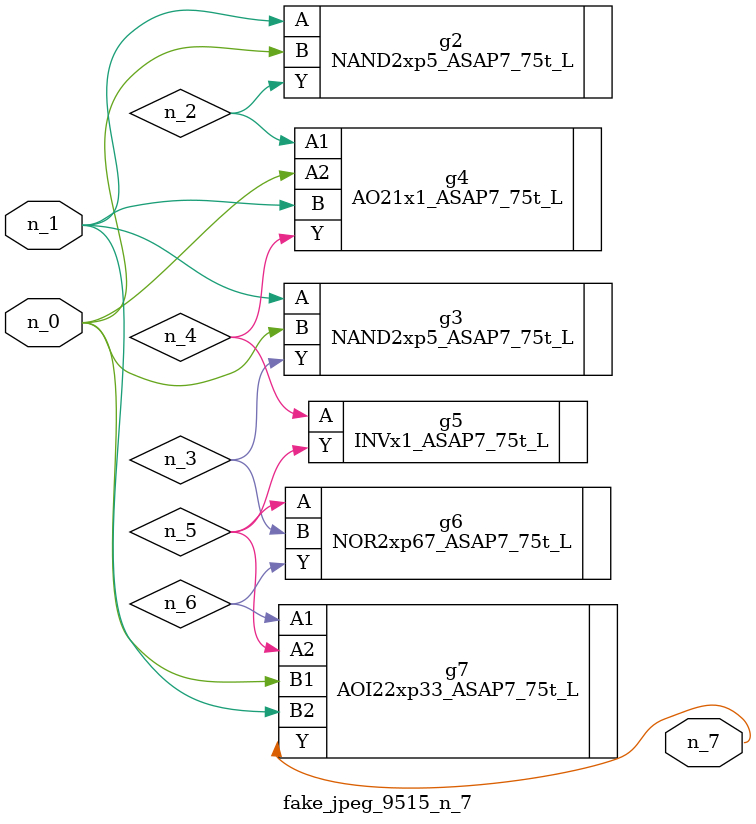
<source format=v>
module fake_jpeg_9515_n_7 (n_0, n_1, n_7);

input n_0;
input n_1;

output n_7;

wire n_2;
wire n_3;
wire n_4;
wire n_6;
wire n_5;

NAND2xp5_ASAP7_75t_L g2 ( 
.A(n_1),
.B(n_0),
.Y(n_2)
);

NAND2xp5_ASAP7_75t_L g3 ( 
.A(n_1),
.B(n_0),
.Y(n_3)
);

AO21x1_ASAP7_75t_L g4 ( 
.A1(n_2),
.A2(n_0),
.B(n_1),
.Y(n_4)
);

INVx1_ASAP7_75t_L g5 ( 
.A(n_4),
.Y(n_5)
);

NOR2xp67_ASAP7_75t_L g6 ( 
.A(n_5),
.B(n_3),
.Y(n_6)
);

AOI22xp33_ASAP7_75t_L g7 ( 
.A1(n_6),
.A2(n_5),
.B1(n_0),
.B2(n_1),
.Y(n_7)
);


endmodule
</source>
